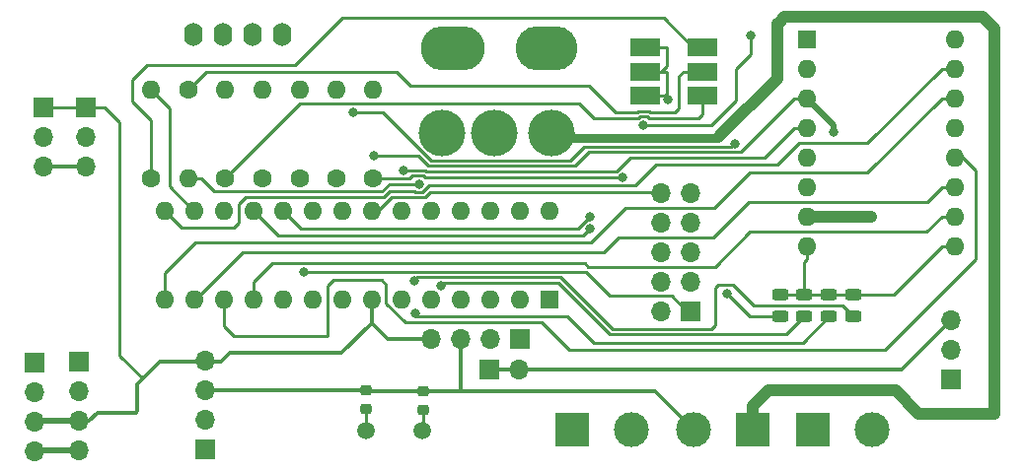
<source format=gbr>
%TF.GenerationSoftware,KiCad,Pcbnew,7.0.7*%
%TF.CreationDate,2025-01-17T17:57:09+01:00*%
%TF.ProjectId,minisumov3,6d696e69-7375-46d6-9f76-332e6b696361,rev?*%
%TF.SameCoordinates,Original*%
%TF.FileFunction,Copper,L1,Top*%
%TF.FilePolarity,Positive*%
%FSLAX46Y46*%
G04 Gerber Fmt 4.6, Leading zero omitted, Abs format (unit mm)*
G04 Created by KiCad (PCBNEW 7.0.7) date 2025-01-17 17:57:09*
%MOMM*%
%LPD*%
G01*
G04 APERTURE LIST*
G04 Aperture macros list*
%AMRoundRect*
0 Rectangle with rounded corners*
0 $1 Rounding radius*
0 $2 $3 $4 $5 $6 $7 $8 $9 X,Y pos of 4 corners*
0 Add a 4 corners polygon primitive as box body*
4,1,4,$2,$3,$4,$5,$6,$7,$8,$9,$2,$3,0*
0 Add four circle primitives for the rounded corners*
1,1,$1+$1,$2,$3*
1,1,$1+$1,$4,$5*
1,1,$1+$1,$6,$7*
1,1,$1+$1,$8,$9*
0 Add four rect primitives between the rounded corners*
20,1,$1+$1,$2,$3,$4,$5,0*
20,1,$1+$1,$4,$5,$6,$7,0*
20,1,$1+$1,$6,$7,$8,$9,0*
20,1,$1+$1,$8,$9,$2,$3,0*%
G04 Aperture macros list end*
%TA.AperFunction,SMDPad,CuDef*%
%ADD10RoundRect,0.225000X0.250000X-0.225000X0.250000X0.225000X-0.250000X0.225000X-0.250000X-0.225000X0*%
%TD*%
%TA.AperFunction,ComponentPad*%
%ADD11C,1.600000*%
%TD*%
%TA.AperFunction,ComponentPad*%
%ADD12O,1.600000X1.600000*%
%TD*%
%TA.AperFunction,ComponentPad*%
%ADD13R,3.000000X3.000000*%
%TD*%
%TA.AperFunction,ComponentPad*%
%ADD14C,3.000000*%
%TD*%
%TA.AperFunction,ComponentPad*%
%ADD15O,1.600000X2.000000*%
%TD*%
%TA.AperFunction,ComponentPad*%
%ADD16R,1.700000X1.700000*%
%TD*%
%TA.AperFunction,ComponentPad*%
%ADD17O,1.700000X1.700000*%
%TD*%
%TA.AperFunction,ComponentPad*%
%ADD18R,1.600000X1.600000*%
%TD*%
%TA.AperFunction,SMDPad,CuDef*%
%ADD19RoundRect,0.243750X0.456250X-0.243750X0.456250X0.243750X-0.456250X0.243750X-0.456250X-0.243750X0*%
%TD*%
%TA.AperFunction,ComponentPad*%
%ADD20C,4.000000*%
%TD*%
%TA.AperFunction,SMDPad,CuDef*%
%ADD21R,2.600000X1.600000*%
%TD*%
%TA.AperFunction,ComponentPad*%
%ADD22O,5.500000X3.800000*%
%TD*%
%TA.AperFunction,ComponentPad*%
%ADD23O,5.300000X3.800000*%
%TD*%
%TA.AperFunction,ComponentPad*%
%ADD24C,1.500000*%
%TD*%
%TA.AperFunction,ViaPad*%
%ADD25C,0.800000*%
%TD*%
%TA.AperFunction,Conductor*%
%ADD26C,0.750000*%
%TD*%
%TA.AperFunction,Conductor*%
%ADD27C,0.350000*%
%TD*%
%TA.AperFunction,Conductor*%
%ADD28C,0.250000*%
%TD*%
%TA.AperFunction,Conductor*%
%ADD29C,0.500000*%
%TD*%
%TA.AperFunction,Conductor*%
%ADD30C,1.000000*%
%TD*%
G04 APERTURE END LIST*
D10*
%TO.P,C1,1*%
%TO.N,Net-(U1-XTAL1{slash}PB6)*%
X144500000Y-113050000D03*
%TO.P,C1,2*%
%TO.N,GND*%
X144500000Y-111500000D03*
%TD*%
D11*
%TO.P,R3,1*%
%TO.N,Net-(D1-BA)*%
X127500000Y-93200000D03*
D12*
%TO.P,R3,2*%
%TO.N,Blue*%
X127500000Y-85580000D03*
%TD*%
D13*
%TO.P,M2,1,+*%
%TO.N,BO1*%
X157220000Y-114800000D03*
D14*
%TO.P,M2,2,-*%
%TO.N,BO2*%
X162300000Y-114800000D03*
%TD*%
D15*
%TO.P,Brd1,1,GND*%
%TO.N,GND*%
X124760000Y-80800000D03*
%TO.P,Brd1,2,VCC*%
%TO.N,+5V*%
X127300000Y-80800000D03*
%TO.P,Brd1,3,SCL*%
%TO.N,SCL*%
X129840000Y-80800000D03*
%TO.P,Brd1,4,SDA*%
%TO.N,SDA*%
X132380000Y-80800000D03*
%TD*%
D16*
%TO.P,SO1,1,ENABLE*%
%TO.N,EN1*%
X111100000Y-108980000D03*
D17*
%TO.P,SO1,2,OUT*%
%TO.N,SO1*%
X111100000Y-111520000D03*
%TO.P,SO1,3,VDD*%
%TO.N,+5V*%
X111100000Y-114060000D03*
%TO.P,SO1,4,GND*%
%TO.N,GND*%
X111100000Y-116600000D03*
%TD*%
D16*
%TO.P,J5,1,Pin_1*%
%TO.N,+5V*%
X150160000Y-109600000D03*
D17*
%TO.P,J5,2,Pin_2*%
X152700000Y-109600000D03*
%TD*%
D10*
%TO.P,C2,1*%
%TO.N,Net-(U1-XTAL2{slash}PB7)*%
X139600000Y-112975000D03*
%TO.P,C2,2*%
%TO.N,GND*%
X139600000Y-111425000D03*
%TD*%
D16*
%TO.P,S2,1,VIN*%
%TO.N,+5V*%
X115500000Y-87100000D03*
D17*
%TO.P,S2,2,OUT*%
%TO.N,S2*%
X115500000Y-89640000D03*
%TO.P,S2,3,GND*%
%TO.N,GND*%
X115500000Y-92180000D03*
%TD*%
D18*
%TO.P,TB1,1,GND*%
%TO.N,GND*%
X177400000Y-81260000D03*
D12*
%TO.P,TB1,2,VCC*%
%TO.N,+5V*%
X177400000Y-83800000D03*
%TO.P,TB1,3,AO1*%
%TO.N,AO1*%
X177400000Y-86340000D03*
%TO.P,TB1,4,AO2*%
%TO.N,AO2*%
X177400000Y-88880000D03*
%TO.P,TB1,5,BO2*%
%TO.N,BO2*%
X177400000Y-91420000D03*
%TO.P,TB1,6,BO1*%
%TO.N,BO1*%
X177400000Y-93960000D03*
%TO.P,TB1,7,VMOT*%
%TO.N,+BATT*%
X177400000Y-96500000D03*
%TO.P,TB1,8,GND*%
%TO.N,GND*%
X177400000Y-99040000D03*
%TO.P,TB1,9,GND*%
X190100000Y-99040000D03*
%TO.P,TB1,10,PWMB*%
%TO.N,PWMB*%
X190100000Y-96500000D03*
%TO.P,TB1,11,BIN2*%
%TO.N,BIN2*%
X190100000Y-93960000D03*
%TO.P,TB1,12,BIN1*%
%TO.N,BIN1*%
X190100000Y-91420000D03*
%TO.P,TB1,13,~{STBY}*%
%TO.N,+5V*%
X190100000Y-88880000D03*
%TO.P,TB1,14,AIN1*%
%TO.N,AIN1*%
X190100000Y-86340000D03*
%TO.P,TB1,15,AIN2*%
%TO.N,AIN2*%
X190100000Y-83800000D03*
%TO.P,TB1,16,PWMA*%
%TO.N,PWMA*%
X190100000Y-81260000D03*
%TD*%
D11*
%TO.P,R5,1*%
%TO.N,Net-(D3-K)*%
X133900000Y-93200000D03*
D12*
%TO.P,R5,2*%
%TO.N,AO2*%
X133900000Y-85580000D03*
%TD*%
D16*
%TO.P,S1,1,VIN*%
%TO.N,+5V*%
X111900000Y-87075000D03*
D17*
%TO.P,S1,2,OUT*%
%TO.N,S1*%
X111900000Y-89615000D03*
%TO.P,S1,3,GND*%
%TO.N,GND*%
X111900000Y-92155000D03*
%TD*%
D16*
%TO.P,P1,1,VIN*%
%TO.N,+BATT*%
X189800000Y-110425000D03*
D17*
%TO.P,P1,2,GND*%
%TO.N,GND*%
X189800000Y-107885000D03*
%TO.P,P1,3,VOUT*%
%TO.N,+5V*%
X189800000Y-105345000D03*
%TD*%
D16*
%TO.P,J3,1,MOSI*%
%TO.N,MOSI*%
X167440000Y-104620000D03*
D17*
%TO.P,J3,2,VCC*%
%TO.N,+5V*%
X164900000Y-104620000D03*
%TO.P,J3,3,NC*%
%TO.N,unconnected-(J3-NC-Pad3)*%
X167440000Y-102080000D03*
%TO.P,J3,4,GND*%
%TO.N,GND*%
X164900000Y-102080000D03*
%TO.P,J3,5,~{RST}*%
%TO.N,RST*%
X167440000Y-99540000D03*
%TO.P,J3,6,GND*%
%TO.N,GND*%
X164900000Y-99540000D03*
%TO.P,J3,7,SCK*%
%TO.N,SCK*%
X167440000Y-97000000D03*
%TO.P,J3,8,GND*%
%TO.N,GND*%
X164900000Y-97000000D03*
%TO.P,J3,9,MISO*%
%TO.N,MISO*%
X167440000Y-94460000D03*
%TO.P,J3,10,GND*%
%TO.N,GND*%
X164900000Y-94460000D03*
%TD*%
D19*
%TO.P,D3,1,K*%
%TO.N,Net-(D3-K)*%
X181400000Y-105037500D03*
%TO.P,D3,2,A*%
%TO.N,GND*%
X181400000Y-103162500D03*
%TD*%
D20*
%TO.P,SW1,1*%
%TO.N,Net-(J1-Pin_1)*%
X155499982Y-89299968D03*
%TO.P,SW1,2*%
%TO.N,Net-(F1-Pad1)*%
X150581700Y-89288100D03*
%TO.P,SW1,3*%
%TO.N,N/C*%
X146058424Y-89258898D03*
%TD*%
D16*
%TO.P,J2,1,Pin_1*%
%TO.N,Net-(J2-Pin_1)*%
X152780000Y-107000000D03*
D17*
%TO.P,J2,2,Pin_2*%
%TO.N,Net-(J2-Pin_2)*%
X150240000Y-107000000D03*
%TO.P,J2,3,Pin_3*%
%TO.N,GND*%
X147700000Y-107000000D03*
%TO.P,J2,4,Pin_4*%
%TO.N,+5V*%
X145160000Y-107000000D03*
%TD*%
D11*
%TO.P,R2,1*%
%TO.N,Net-(D1-GA)*%
X124300000Y-85580000D03*
D12*
%TO.P,R2,2*%
%TO.N,Green*%
X124300000Y-93200000D03*
%TD*%
D19*
%TO.P,D6,1,K*%
%TO.N,Net-(D6-K)*%
X175100000Y-105037500D03*
%TO.P,D6,2,A*%
%TO.N,GND*%
X175100000Y-103162500D03*
%TD*%
D21*
%TO.P,D1,1,RK*%
%TO.N,GND*%
X163550000Y-81900000D03*
%TO.P,D1,2,GK*%
X163550000Y-84000000D03*
%TO.P,D1,3,BK*%
X163550000Y-86100000D03*
%TO.P,D1,4,BA*%
%TO.N,Net-(D1-BA)*%
X168450000Y-86100000D03*
%TO.P,D1,5,GA*%
%TO.N,Net-(D1-GA)*%
X168450000Y-84000000D03*
%TO.P,D1,6,RA*%
%TO.N,Net-(D1-RA)*%
X168450000Y-81900000D03*
%TD*%
D11*
%TO.P,R1,1*%
%TO.N,Net-(D1-RA)*%
X121100000Y-93210000D03*
D12*
%TO.P,R1,2*%
%TO.N,Red*%
X121100000Y-85590000D03*
%TD*%
D22*
%TO.P,F1,1*%
%TO.N,Net-(F1-Pad1)*%
X147050000Y-82000000D03*
D23*
%TO.P,F1,2*%
%TO.N,+BATT*%
X155050000Y-82000000D03*
%TD*%
D16*
%TO.P,J4,1,Pin_1*%
%TO.N,KS*%
X125800000Y-116500000D03*
D17*
%TO.P,J4,2,Pin_2*%
%TO.N,START*%
X125800000Y-113960000D03*
%TO.P,J4,3,Pin_3*%
%TO.N,GND*%
X125800000Y-111420000D03*
%TO.P,J4,4,Pin_4*%
%TO.N,+5V*%
X125800000Y-108880000D03*
%TD*%
D11*
%TO.P,R7,1*%
%TO.N,Net-(D6-K)*%
X140200000Y-93200000D03*
D12*
%TO.P,R7,2*%
%TO.N,BO2*%
X140200000Y-85580000D03*
%TD*%
D11*
%TO.P,R6,1*%
%TO.N,Net-(D5-K)*%
X137000000Y-93200000D03*
D12*
%TO.P,R6,2*%
%TO.N,BO1*%
X137000000Y-85580000D03*
%TD*%
D19*
%TO.P,D4,1,K*%
%TO.N,Net-(D4-K)*%
X179300000Y-105037500D03*
%TO.P,D4,2,A*%
%TO.N,GND*%
X179300000Y-103162500D03*
%TD*%
D13*
%TO.P,M1,1,+*%
%TO.N,AO1*%
X177900000Y-114800000D03*
D14*
%TO.P,M1,2,-*%
%TO.N,AO2*%
X182980000Y-114800000D03*
%TD*%
D19*
%TO.P,D5,1,K*%
%TO.N,Net-(D5-K)*%
X177200000Y-105037500D03*
%TO.P,D5,2,A*%
%TO.N,GND*%
X177200000Y-103162500D03*
%TD*%
D11*
%TO.P,R4,1*%
%TO.N,Net-(D4-K)*%
X130700000Y-93200000D03*
D12*
%TO.P,R4,2*%
%TO.N,AO1*%
X130700000Y-85580000D03*
%TD*%
D17*
%TO.P,SO2,4,GND*%
%TO.N,GND*%
X114900000Y-116580000D03*
%TO.P,SO2,3,VDD*%
%TO.N,+5V*%
X114900000Y-114040000D03*
%TO.P,SO2,2,OUT*%
%TO.N,SO2*%
X114900000Y-111500000D03*
D16*
%TO.P,SO2,1,ENABLE*%
%TO.N,EN2*%
X114900000Y-108960000D03*
%TD*%
D18*
%TO.P,U1,1,~{RESET}/PC6*%
%TO.N,RST*%
X155300000Y-103600000D03*
D12*
%TO.P,U1,2,PD0*%
%TO.N,Net-(J2-Pin_1)*%
X152760000Y-103600000D03*
%TO.P,U1,3,PD1*%
%TO.N,Net-(J2-Pin_2)*%
X150220000Y-103600000D03*
%TO.P,U1,4,PD2*%
%TO.N,KS*%
X147680000Y-103600000D03*
%TO.P,U1,5,PD3*%
%TO.N,PWMA*%
X145140000Y-103600000D03*
%TO.P,U1,6,PD4*%
%TO.N,START*%
X142600000Y-103600000D03*
%TO.P,U1,7,VCC*%
%TO.N,+5V*%
X140060000Y-103600000D03*
%TO.P,U1,8,GND*%
%TO.N,GND*%
X137520000Y-103600000D03*
%TO.P,U1,9,XTAL1/PB6*%
%TO.N,Net-(U1-XTAL1{slash}PB6)*%
X134980000Y-103600000D03*
%TO.P,U1,10,XTAL2/PB7*%
%TO.N,Net-(U1-XTAL2{slash}PB7)*%
X132440000Y-103600000D03*
%TO.P,U1,11,PD5*%
%TO.N,PWMB*%
X129900000Y-103600000D03*
%TO.P,U1,12,PD6*%
%TO.N,BIN1*%
X127360000Y-103600000D03*
%TO.P,U1,13,PD7*%
%TO.N,BIN2*%
X124820000Y-103600000D03*
%TO.P,U1,14,PB0*%
%TO.N,AIN1*%
X122280000Y-103600000D03*
%TO.P,U1,15,PB1*%
%TO.N,AIN2*%
X122280000Y-95980000D03*
%TO.P,U1,16,PB2*%
%TO.N,Red*%
X124820000Y-95980000D03*
%TO.P,U1,17,PB3*%
%TO.N,MOSI*%
X127360000Y-95980000D03*
%TO.P,U1,18,PB4*%
%TO.N,MISO*%
X129900000Y-95980000D03*
%TO.P,U1,19,PB5*%
%TO.N,SCK*%
X132440000Y-95980000D03*
%TO.P,U1,20,AVCC*%
%TO.N,unconnected-(U1-AVCC-Pad20)*%
X134980000Y-95980000D03*
%TO.P,U1,21,AREF*%
%TO.N,unconnected-(U1-AREF-Pad21)*%
X137520000Y-95980000D03*
%TO.P,U1,22,GND*%
%TO.N,GND*%
X140060000Y-95980000D03*
%TO.P,U1,23,PC0*%
%TO.N,S1*%
X142600000Y-95980000D03*
%TO.P,U1,24,PC1*%
%TO.N,S2*%
X145140000Y-95980000D03*
%TO.P,U1,25,PC2*%
%TO.N,Green*%
X147680000Y-95980000D03*
%TO.P,U1,26,PC3*%
%TO.N,Blue*%
X150220000Y-95980000D03*
%TO.P,U1,27,PC4*%
%TO.N,SDA*%
X152760000Y-95980000D03*
%TO.P,U1,28,PC5*%
%TO.N,SCL*%
X155300000Y-95980000D03*
%TD*%
D13*
%TO.P,J1,1,Pin_1*%
%TO.N,Net-(J1-Pin_1)*%
X172740000Y-114800000D03*
D14*
%TO.P,J1,2,Pin_2*%
%TO.N,GND*%
X167660000Y-114800000D03*
%TD*%
D24*
%TO.P,Y1,1,1*%
%TO.N,Net-(U1-XTAL2{slash}PB7)*%
X139550000Y-114900000D03*
%TO.P,Y1,2,2*%
%TO.N,Net-(U1-XTAL1{slash}PB6)*%
X144430000Y-114900000D03*
%TD*%
D25*
%TO.N,GND*%
X165461200Y-86384300D03*
%TO.N,Net-(D3-K)*%
X143715300Y-101970600D03*
%TO.N,Net-(D4-K)*%
X143796300Y-104823200D03*
%TO.N,Net-(D5-K)*%
X146026300Y-102456400D03*
%TO.N,Net-(D6-K)*%
X161595600Y-93062700D03*
X170560100Y-103105600D03*
%TO.N,+BATT*%
X182900000Y-96500000D03*
%TO.N,MOSI*%
X134201700Y-101227500D03*
%TO.N,SCK*%
X158797700Y-96496200D03*
%TO.N,MISO*%
X158795400Y-97530000D03*
%TO.N,AO1*%
X179700000Y-89200000D03*
X140242100Y-91212100D03*
%TO.N,AO2*%
X142779700Y-92469900D03*
%TO.N,BO1*%
X171193100Y-90187500D03*
X138481700Y-87514900D03*
%TO.N,Green*%
X144131100Y-93658300D03*
%TO.N,PWMA*%
X172600000Y-80900000D03*
X163400000Y-88600000D03*
%TD*%
D26*
%TO.N,Net-(J1-Pin_1)*%
X156220200Y-89700000D02*
X156020200Y-89500000D01*
X169800000Y-89700000D02*
X156220200Y-89700000D01*
X170000000Y-89500000D02*
X169800000Y-89700000D01*
D27*
%TO.N,GND*%
X164360000Y-111500000D02*
X147700000Y-111500000D01*
D28*
X140060000Y-95980000D02*
X140620000Y-95980000D01*
X144617801Y-94833300D02*
X145051101Y-94400000D01*
X165400000Y-83500000D02*
X164900000Y-84000000D01*
X163550000Y-81900000D02*
X165400000Y-81900000D01*
X164900000Y-84000000D02*
X164363500Y-84000000D01*
X111120000Y-116580000D02*
X111100000Y-116600000D01*
D27*
X167660000Y-114800000D02*
X164360000Y-111500000D01*
D28*
X165400000Y-84000000D02*
X165400000Y-85876900D01*
X165400000Y-85876900D02*
X165176900Y-86100000D01*
X184850600Y-103162500D02*
X181400000Y-103162500D01*
X165400000Y-81900000D02*
X165400000Y-83500000D01*
X190100000Y-99040000D02*
X188973100Y-99040000D01*
X143644399Y-94833300D02*
X144617801Y-94833300D01*
X177200000Y-103162500D02*
X179300000Y-103162500D01*
D27*
X115500000Y-92180000D02*
X113101900Y-92180000D01*
D28*
X177400000Y-99040000D02*
X177400000Y-100166900D01*
X145051101Y-94400000D02*
X164840000Y-94400000D01*
X164840000Y-94400000D02*
X164900000Y-94460000D01*
X177400000Y-100166900D02*
X177200000Y-100366900D01*
X125995000Y-111425000D02*
X125800000Y-111620000D01*
X188973100Y-99040000D02*
X184850600Y-103162500D01*
X163550000Y-86100000D02*
X165176900Y-86100000D01*
D27*
X144500000Y-111500000D02*
X139675000Y-111500000D01*
D28*
X113101900Y-92180000D02*
X113076900Y-92155000D01*
D27*
X147700000Y-107000000D02*
X147700000Y-108176900D01*
X147700000Y-111500000D02*
X144500000Y-111500000D01*
D28*
X141800000Y-94800000D02*
X143611099Y-94800000D01*
D29*
X114900000Y-116580000D02*
X111120000Y-116580000D01*
D28*
X165176900Y-86100000D02*
X165461200Y-86384300D01*
X164363500Y-84000000D02*
X165400000Y-84000000D01*
D27*
X147700000Y-108176900D02*
X147700000Y-111500000D01*
X111900000Y-92155000D02*
X113076900Y-92155000D01*
D28*
X163550000Y-84000000D02*
X164363500Y-84000000D01*
X139675000Y-111500000D02*
X139600000Y-111425000D01*
X177200000Y-103162500D02*
X175100000Y-103162500D01*
X140620000Y-95980000D02*
X141800000Y-94800000D01*
X143611099Y-94800000D02*
X143644399Y-94833300D01*
D27*
X139600000Y-111425000D02*
X125995000Y-111425000D01*
D28*
X111100000Y-116600000D02*
X111100000Y-116480000D01*
X179300000Y-103162500D02*
X181400000Y-103162500D01*
X177200000Y-100366900D02*
X177200000Y-103162500D01*
D27*
%TO.N,+5V*%
X120400000Y-110400000D02*
X121900000Y-108900000D01*
X140060000Y-103600000D02*
X140060000Y-104726900D01*
X119800000Y-113300000D02*
X116500000Y-113300000D01*
X140060000Y-105618300D02*
X141441700Y-107000000D01*
X140060000Y-104726900D02*
X140060000Y-105618300D01*
X137478300Y-108200000D02*
X140060000Y-105618300D01*
X127856900Y-108200000D02*
X137478300Y-108200000D01*
X127156900Y-108900000D02*
X127856900Y-108200000D01*
X185545000Y-109600000D02*
X189800000Y-105345000D01*
X121900000Y-108900000D02*
X127156900Y-108900000D01*
D28*
X114298100Y-87075000D02*
X114323100Y-87100000D01*
D27*
X141441700Y-107000000D02*
X143983100Y-107000000D01*
D28*
X111120000Y-114040000D02*
X111100000Y-114060000D01*
X117100000Y-87100000D02*
X115500000Y-87100000D01*
X111100000Y-114060000D02*
X111100000Y-113940000D01*
X118400000Y-108400000D02*
X118400000Y-88400000D01*
D27*
X150160000Y-109600000D02*
X152700000Y-109600000D01*
D29*
X114900000Y-114040000D02*
X111120000Y-114040000D01*
D28*
X118400000Y-88400000D02*
X117100000Y-87100000D01*
X114900000Y-114040000D02*
X115760000Y-114040000D01*
D27*
X116500000Y-113300000D02*
X115760000Y-114040000D01*
D28*
X120400000Y-110400000D02*
X118400000Y-108400000D01*
D27*
X120400000Y-110400000D02*
X119931500Y-110868500D01*
X145160000Y-107000000D02*
X143983100Y-107000000D01*
X152700000Y-109600000D02*
X185545000Y-109600000D01*
X119931500Y-113168500D02*
X119800000Y-113300000D01*
D28*
X115500000Y-87100000D02*
X114323100Y-87100000D01*
D27*
X119931500Y-110868500D02*
X119931500Y-113168500D01*
D28*
X111900000Y-87075000D02*
X114298100Y-87075000D01*
%TO.N,Net-(U1-XTAL1{slash}PB6)*%
X144500000Y-114830000D02*
X144500000Y-113050000D01*
X144430000Y-114900000D02*
X144500000Y-114830000D01*
%TO.N,Net-(U1-XTAL2{slash}PB7)*%
X139550000Y-114900000D02*
X139600000Y-114850000D01*
X139600000Y-114850000D02*
X139600000Y-112975000D01*
%TO.N,Net-(D1-BA)*%
X157888000Y-86788000D02*
X133912000Y-86788000D01*
X168450000Y-86100000D02*
X168450000Y-87650000D01*
X168450000Y-87650000D02*
X168100000Y-88000000D01*
X163099695Y-87875000D02*
X162974695Y-88000000D01*
X163700305Y-87875000D02*
X163099695Y-87875000D01*
X133912000Y-86788000D02*
X127500000Y-93200000D01*
X162974695Y-88000000D02*
X159100000Y-88000000D01*
X168100000Y-88000000D02*
X163825305Y-88000000D01*
X163825305Y-88000000D02*
X163700305Y-87875000D01*
X159100000Y-88000000D02*
X157888000Y-86788000D01*
%TO.N,Net-(D1-GA)*%
X143400000Y-85200000D02*
X158700000Y-85200000D01*
X166100000Y-87500000D02*
X166400000Y-87200000D01*
X163961701Y-87500000D02*
X166100000Y-87500000D01*
X125880000Y-84000000D02*
X142200000Y-84000000D01*
X161000000Y-87500000D02*
X162838299Y-87500000D01*
X166823100Y-84000000D02*
X168450000Y-84000000D01*
X142200000Y-84000000D02*
X143400000Y-85200000D01*
X166400000Y-84423100D02*
X166823100Y-84000000D01*
X162913299Y-87425000D02*
X163886701Y-87425000D01*
X124300000Y-85580000D02*
X125880000Y-84000000D01*
X166400000Y-87200000D02*
X166400000Y-84423100D01*
X158700000Y-85200000D02*
X161000000Y-87500000D01*
X163886701Y-87425000D02*
X163961701Y-87500000D01*
X162838299Y-87500000D02*
X162913299Y-87425000D01*
%TO.N,Net-(D1-RA)*%
X133502200Y-83434100D02*
X120765900Y-83434100D01*
X167600000Y-81900000D02*
X165100000Y-79400000D01*
X165100000Y-79400000D02*
X137536300Y-79400000D01*
X119500000Y-84700000D02*
X119500000Y-86600000D01*
X168450000Y-81900000D02*
X167600000Y-81900000D01*
X119500000Y-86600000D02*
X121100000Y-88200000D01*
X121100000Y-88200000D02*
X121100000Y-93210000D01*
X137536300Y-79400000D02*
X133502200Y-83434100D01*
X120765900Y-83434100D02*
X119500000Y-84700000D01*
%TO.N,Net-(D3-K)*%
X171038200Y-102319200D02*
X169780800Y-102319200D01*
X172819000Y-104100000D02*
X171038200Y-102319200D01*
X169531600Y-105768400D02*
X169200000Y-106100000D01*
X181400000Y-105037500D02*
X180462500Y-104100000D01*
X160691400Y-106100000D02*
X156285200Y-101693800D01*
X143992100Y-101693800D02*
X143715300Y-101970600D01*
X169780800Y-102319200D02*
X169531600Y-102568400D01*
X180462500Y-104100000D02*
X172819000Y-104100000D01*
X169531600Y-102568400D02*
X169531600Y-105768400D01*
X169200000Y-106100000D02*
X160691400Y-106100000D01*
X156285200Y-101693800D02*
X143992100Y-101693800D01*
%TO.N,Net-(D4-K)*%
X143973100Y-105000000D02*
X143796300Y-104823200D01*
X179300000Y-105037500D02*
X177037500Y-107300000D01*
X177037500Y-107300000D02*
X159100000Y-107300000D01*
X156800000Y-105000000D02*
X143973100Y-105000000D01*
X159100000Y-107300000D02*
X156800000Y-105000000D01*
%TO.N,Net-(D5-K)*%
X177200000Y-105037500D02*
X175637500Y-106600000D01*
X156086700Y-102200000D02*
X146282700Y-102200000D01*
X146282700Y-102200000D02*
X146026300Y-102456400D01*
X175637500Y-106600000D02*
X160486700Y-106600000D01*
X160486700Y-106600000D02*
X156086700Y-102200000D01*
%TO.N,Net-(D6-K)*%
X172492000Y-105037500D02*
X170560100Y-103105600D01*
X144611204Y-93062700D02*
X144479404Y-92930900D01*
X161595600Y-93062700D02*
X144611204Y-93062700D01*
X143576700Y-92930900D02*
X143307600Y-93200000D01*
X144479404Y-92930900D02*
X143576700Y-92930900D01*
X175100000Y-105037500D02*
X172492000Y-105037500D01*
X143307600Y-93200000D02*
X140200000Y-93200000D01*
D30*
%TO.N,+BATT*%
X177400000Y-96500000D02*
X182900000Y-96500000D01*
%TO.N,Net-(J1-Pin_1)*%
X174900000Y-84600000D02*
X170000000Y-89500000D01*
D27*
X175000000Y-79800000D02*
X174900000Y-79900000D01*
D30*
X172740000Y-114800000D02*
X172740000Y-112760000D01*
D28*
X155860100Y-89660100D02*
X155500000Y-89300000D01*
D30*
X192500000Y-79300000D02*
X175500000Y-79300000D01*
X174900000Y-79900000D02*
X174900000Y-84600000D01*
X175500000Y-79300000D02*
X175000000Y-79800000D01*
X174100000Y-111400000D02*
X185000000Y-111400000D01*
D27*
X156020200Y-89500000D02*
X155860100Y-89660100D01*
D30*
X185000000Y-111400000D02*
X187000000Y-113400000D01*
X187000000Y-113400000D02*
X193500000Y-113400000D01*
X172740000Y-112760000D02*
X174100000Y-111400000D01*
X193500000Y-80300000D02*
X192500000Y-79300000D01*
X193500000Y-113400000D02*
X193500000Y-80300000D01*
D28*
%TO.N,MOSI*%
X160500000Y-103300000D02*
X158427500Y-101227500D01*
X165800000Y-103300000D02*
X160500000Y-103300000D01*
X158427500Y-101227500D02*
X134201700Y-101227500D01*
X167120000Y-104620000D02*
X165800000Y-103300000D01*
X167440000Y-104620000D02*
X167120000Y-104620000D01*
%TO.N,SCK*%
X133960000Y-97500000D02*
X157793900Y-97500000D01*
X157793900Y-97500000D02*
X158797700Y-96496200D01*
X132440000Y-95980000D02*
X133960000Y-97500000D01*
%TO.N,MISO*%
X129900000Y-95980000D02*
X132020000Y-98100000D01*
X132020000Y-98100000D02*
X158225400Y-98100000D01*
X158225400Y-98100000D02*
X158795400Y-97530000D01*
%TO.N,AO1*%
X157530000Y-92103400D02*
X144927400Y-92103400D01*
D29*
X179700000Y-89200000D02*
X179700000Y-88640000D01*
D28*
X144036100Y-91212100D02*
X140242100Y-91212100D01*
X176273100Y-86340000D02*
X171698700Y-90914400D01*
X171698700Y-90914400D02*
X158719000Y-90914400D01*
X158719000Y-90914400D02*
X157530000Y-92103400D01*
D29*
X179700000Y-88640000D02*
X177400000Y-86340000D01*
D28*
X177400000Y-86340000D02*
X176273100Y-86340000D01*
X144927400Y-92103400D02*
X144036100Y-91212100D01*
%TO.N,AO2*%
X173786800Y-91366300D02*
X162264100Y-91366300D01*
X177400000Y-88880000D02*
X176273100Y-88880000D01*
X144741700Y-92556800D02*
X144654800Y-92469900D01*
X144654800Y-92469900D02*
X142779700Y-92469900D01*
X176273100Y-88880000D02*
X173786800Y-91366300D01*
X161073600Y-92556800D02*
X144741700Y-92556800D01*
X162264100Y-91366300D02*
X161073600Y-92556800D01*
%TO.N,BO1*%
X145116500Y-91653400D02*
X140978000Y-87514900D01*
X140978000Y-87514900D02*
X138481700Y-87514900D01*
X158264600Y-90464400D02*
X157075600Y-91653400D01*
X157075600Y-91653400D02*
X145116500Y-91653400D01*
X170916200Y-90464400D02*
X158264600Y-90464400D01*
X171193100Y-90187500D02*
X170916200Y-90464400D01*
%TO.N,Red*%
X122695000Y-87185000D02*
X121100000Y-85590000D01*
X124820000Y-95980000D02*
X124780000Y-95980000D01*
X122695000Y-93895000D02*
X122695000Y-87185000D01*
X124780000Y-95980000D02*
X122695000Y-93895000D01*
%TO.N,Green*%
X140922700Y-94326900D02*
X141591300Y-93658300D01*
X124300000Y-93200000D02*
X125426900Y-93200000D01*
X125426900Y-93200000D02*
X126553800Y-94326900D01*
X141591300Y-93658300D02*
X144131100Y-93658300D01*
X126553800Y-94326900D02*
X140922700Y-94326900D01*
%TO.N,PWMA*%
X171300000Y-86500000D02*
X169200000Y-88600000D01*
X172600000Y-80900000D02*
X172600000Y-82500000D01*
X171300000Y-83800000D02*
X171300000Y-86500000D01*
X169200000Y-88600000D02*
X163400000Y-88600000D01*
X172600000Y-82500000D02*
X171300000Y-83800000D01*
%TO.N,PWMB*%
X131506300Y-100493700D02*
X129900000Y-102100000D01*
X129900000Y-102100000D02*
X129900000Y-103600000D01*
X188973100Y-96500000D02*
X187673100Y-97800000D01*
X169500000Y-100800000D02*
X158636396Y-100800000D01*
X187673100Y-97800000D02*
X172500000Y-97800000D01*
X190100000Y-96500000D02*
X188973100Y-96500000D01*
X158330096Y-100493700D02*
X131506300Y-100493700D01*
X158636396Y-100800000D02*
X158330096Y-100493700D01*
X172500000Y-97800000D02*
X169500000Y-100800000D01*
%TO.N,BIN1*%
X136800000Y-101900000D02*
X140900000Y-101900000D01*
X141300000Y-102300000D02*
X141300000Y-103915400D01*
X190820000Y-91420000D02*
X190100000Y-91420000D01*
X157000000Y-107900000D02*
X184100000Y-107900000D01*
X142934700Y-105550100D02*
X154650100Y-105550100D01*
X127360000Y-103600000D02*
X127360000Y-105860000D01*
X141300000Y-103915400D02*
X142934700Y-105550100D01*
X140900000Y-101900000D02*
X141300000Y-102300000D01*
X127360000Y-105860000D02*
X128200000Y-106700000D01*
X136250000Y-102450000D02*
X136800000Y-101900000D01*
X154650100Y-105550100D02*
X157000000Y-107900000D01*
X128200000Y-106700000D02*
X136250000Y-106700000D01*
X184100000Y-107900000D02*
X191900000Y-100100000D01*
X136250000Y-106700000D02*
X136250000Y-102450000D01*
X191900000Y-100100000D02*
X191900000Y-92500000D01*
X191900000Y-92500000D02*
X190820000Y-91420000D01*
%TO.N,BIN2*%
X172400000Y-95200000D02*
X187733100Y-95200000D01*
X187733100Y-95200000D02*
X188973100Y-93960000D01*
X159974600Y-99500000D02*
X161204600Y-98270000D01*
X169330000Y-98270000D02*
X172400000Y-95200000D01*
X124900000Y-103600000D02*
X129000000Y-99500000D01*
X161204600Y-98270000D02*
X169330000Y-98270000D01*
X188973100Y-93960000D02*
X190100000Y-93960000D01*
X124820000Y-103600000D02*
X124900000Y-103600000D01*
X129000000Y-99500000D02*
X159974600Y-99500000D01*
%TO.N,AIN1*%
X169470000Y-95730000D02*
X172500000Y-92700000D01*
X188973100Y-86340000D02*
X190100000Y-86340000D01*
X124900000Y-98700000D02*
X158870700Y-98700000D01*
X172500000Y-92700000D02*
X182613100Y-92700000D01*
X122280000Y-103600000D02*
X122280000Y-101320000D01*
X182613100Y-92700000D02*
X188973100Y-86340000D01*
X161840700Y-95730000D02*
X169470000Y-95730000D01*
X122280000Y-101320000D02*
X124900000Y-98700000D01*
X158870700Y-98700000D02*
X161840700Y-95730000D01*
%TO.N,AIN2*%
X188973100Y-83800000D02*
X190100000Y-83800000D01*
X145014705Y-93800000D02*
X162688400Y-93800000D01*
X182602400Y-90170700D02*
X188973100Y-83800000D01*
X162688400Y-93800000D02*
X164451000Y-92037400D01*
X176748400Y-90170700D02*
X182602400Y-90170700D01*
X174881700Y-92037400D02*
X176748400Y-90170700D01*
X122280000Y-95980000D02*
X123700000Y-97400000D01*
X128630000Y-96970000D02*
X128630000Y-95370000D01*
X143830795Y-94383300D02*
X144431405Y-94383300D01*
X141588700Y-94300000D02*
X143747495Y-94300000D01*
X128200000Y-97400000D02*
X128630000Y-96970000D01*
X144431405Y-94383300D02*
X145014705Y-93800000D01*
X123700000Y-97400000D02*
X128200000Y-97400000D01*
X141088700Y-94800000D02*
X141588700Y-94300000D01*
X143747495Y-94300000D02*
X143830795Y-94383300D01*
X164451000Y-92037400D02*
X174881700Y-92037400D01*
X128630000Y-95370000D02*
X129200000Y-94800000D01*
X129200000Y-94800000D02*
X141088700Y-94800000D01*
%TD*%
M02*

</source>
